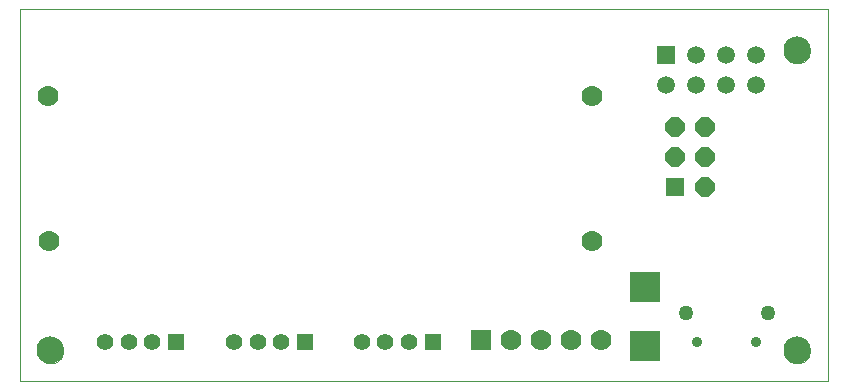
<source format=gbs>
G75*
G70*
%OFA0B0*%
%FSLAX24Y24*%
%IPPOS*%
%LPD*%
%AMOC8*
5,1,8,0,0,1.08239X$1,22.5*
%
%ADD10C,0.0000*%
%ADD11C,0.0906*%
%ADD12R,0.0700X0.0700*%
%ADD13C,0.0700*%
%ADD14OC8,0.0640*%
%ADD15R,0.0640X0.0640*%
%ADD16R,0.0594X0.0594*%
%ADD17C,0.0594*%
%ADD18R,0.0555X0.0555*%
%ADD19C,0.0555*%
%ADD20C,0.0350*%
%ADD21C,0.0500*%
%ADD22R,0.0985X0.0985*%
D10*
X001633Y001315D02*
X001633Y013697D01*
X028557Y013697D01*
X028557Y001315D01*
X001633Y001315D01*
X002204Y002322D02*
X002206Y002363D01*
X002212Y002404D01*
X002222Y002444D01*
X002235Y002483D01*
X002252Y002520D01*
X002273Y002556D01*
X002297Y002590D01*
X002324Y002621D01*
X002353Y002649D01*
X002386Y002675D01*
X002420Y002697D01*
X002457Y002716D01*
X002495Y002731D01*
X002535Y002743D01*
X002575Y002751D01*
X002616Y002755D01*
X002658Y002755D01*
X002699Y002751D01*
X002739Y002743D01*
X002779Y002731D01*
X002817Y002716D01*
X002853Y002697D01*
X002888Y002675D01*
X002921Y002649D01*
X002950Y002621D01*
X002977Y002590D01*
X003001Y002556D01*
X003022Y002520D01*
X003039Y002483D01*
X003052Y002444D01*
X003062Y002404D01*
X003068Y002363D01*
X003070Y002322D01*
X003068Y002281D01*
X003062Y002240D01*
X003052Y002200D01*
X003039Y002161D01*
X003022Y002124D01*
X003001Y002088D01*
X002977Y002054D01*
X002950Y002023D01*
X002921Y001995D01*
X002888Y001969D01*
X002854Y001947D01*
X002817Y001928D01*
X002779Y001913D01*
X002739Y001901D01*
X002699Y001893D01*
X002658Y001889D01*
X002616Y001889D01*
X002575Y001893D01*
X002535Y001901D01*
X002495Y001913D01*
X002457Y001928D01*
X002421Y001947D01*
X002386Y001969D01*
X002353Y001995D01*
X002324Y002023D01*
X002297Y002054D01*
X002273Y002088D01*
X002252Y002124D01*
X002235Y002161D01*
X002222Y002200D01*
X002212Y002240D01*
X002206Y002281D01*
X002204Y002322D01*
X027094Y002322D02*
X027096Y002363D01*
X027102Y002404D01*
X027112Y002444D01*
X027125Y002483D01*
X027142Y002520D01*
X027163Y002556D01*
X027187Y002590D01*
X027214Y002621D01*
X027243Y002649D01*
X027276Y002675D01*
X027310Y002697D01*
X027347Y002716D01*
X027385Y002731D01*
X027425Y002743D01*
X027465Y002751D01*
X027506Y002755D01*
X027548Y002755D01*
X027589Y002751D01*
X027629Y002743D01*
X027669Y002731D01*
X027707Y002716D01*
X027743Y002697D01*
X027778Y002675D01*
X027811Y002649D01*
X027840Y002621D01*
X027867Y002590D01*
X027891Y002556D01*
X027912Y002520D01*
X027929Y002483D01*
X027942Y002444D01*
X027952Y002404D01*
X027958Y002363D01*
X027960Y002322D01*
X027958Y002281D01*
X027952Y002240D01*
X027942Y002200D01*
X027929Y002161D01*
X027912Y002124D01*
X027891Y002088D01*
X027867Y002054D01*
X027840Y002023D01*
X027811Y001995D01*
X027778Y001969D01*
X027744Y001947D01*
X027707Y001928D01*
X027669Y001913D01*
X027629Y001901D01*
X027589Y001893D01*
X027548Y001889D01*
X027506Y001889D01*
X027465Y001893D01*
X027425Y001901D01*
X027385Y001913D01*
X027347Y001928D01*
X027311Y001947D01*
X027276Y001969D01*
X027243Y001995D01*
X027214Y002023D01*
X027187Y002054D01*
X027163Y002088D01*
X027142Y002124D01*
X027125Y002161D01*
X027112Y002200D01*
X027102Y002240D01*
X027096Y002281D01*
X027094Y002322D01*
X027094Y012322D02*
X027096Y012363D01*
X027102Y012404D01*
X027112Y012444D01*
X027125Y012483D01*
X027142Y012520D01*
X027163Y012556D01*
X027187Y012590D01*
X027214Y012621D01*
X027243Y012649D01*
X027276Y012675D01*
X027310Y012697D01*
X027347Y012716D01*
X027385Y012731D01*
X027425Y012743D01*
X027465Y012751D01*
X027506Y012755D01*
X027548Y012755D01*
X027589Y012751D01*
X027629Y012743D01*
X027669Y012731D01*
X027707Y012716D01*
X027743Y012697D01*
X027778Y012675D01*
X027811Y012649D01*
X027840Y012621D01*
X027867Y012590D01*
X027891Y012556D01*
X027912Y012520D01*
X027929Y012483D01*
X027942Y012444D01*
X027952Y012404D01*
X027958Y012363D01*
X027960Y012322D01*
X027958Y012281D01*
X027952Y012240D01*
X027942Y012200D01*
X027929Y012161D01*
X027912Y012124D01*
X027891Y012088D01*
X027867Y012054D01*
X027840Y012023D01*
X027811Y011995D01*
X027778Y011969D01*
X027744Y011947D01*
X027707Y011928D01*
X027669Y011913D01*
X027629Y011901D01*
X027589Y011893D01*
X027548Y011889D01*
X027506Y011889D01*
X027465Y011893D01*
X027425Y011901D01*
X027385Y011913D01*
X027347Y011928D01*
X027311Y011947D01*
X027276Y011969D01*
X027243Y011995D01*
X027214Y012023D01*
X027187Y012054D01*
X027163Y012088D01*
X027142Y012124D01*
X027125Y012161D01*
X027112Y012200D01*
X027102Y012240D01*
X027096Y012281D01*
X027094Y012322D01*
D11*
X027527Y012322D03*
X027527Y002322D03*
X002637Y002322D03*
D12*
X016990Y002667D03*
D13*
X017990Y002667D03*
X018990Y002667D03*
X019990Y002667D03*
X020990Y002667D03*
X020700Y005966D03*
X020685Y010791D03*
X002575Y010791D03*
X002590Y005966D03*
D14*
X023443Y008772D03*
X024443Y008772D03*
X024443Y009772D03*
X023443Y009772D03*
X024443Y007772D03*
D15*
X023443Y007772D03*
D16*
X023169Y012166D03*
D17*
X024169Y012166D03*
X025169Y012166D03*
X026169Y012166D03*
X026169Y011166D03*
X025169Y011166D03*
X024169Y011166D03*
X023169Y011166D03*
D18*
X015383Y002611D03*
X011119Y002604D03*
X006821Y002593D03*
D19*
X006034Y002593D03*
X005246Y002593D03*
X004459Y002593D03*
X008756Y002604D03*
X009544Y002604D03*
X010331Y002604D03*
X013021Y002611D03*
X013808Y002611D03*
X014596Y002611D03*
D20*
X024208Y002589D03*
X026176Y002589D03*
D21*
X026570Y003573D03*
X023814Y003573D03*
D22*
X022448Y004455D03*
X022448Y002486D03*
M02*

</source>
